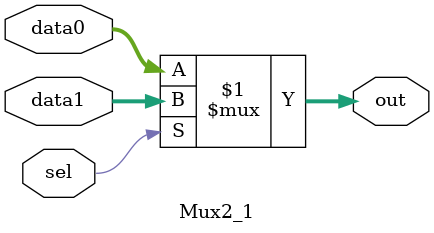
<source format=v>
`timescale 1ns / 1ps
module Mux2_1 #(parameter DATA_WIDTH = 4)(output [DATA_WIDTH-1:0] out, input [DATA_WIDTH-1:0]data0, data1, 
input sel);

 assign out = sel ? data1 : data0;
 
endmodule

</source>
